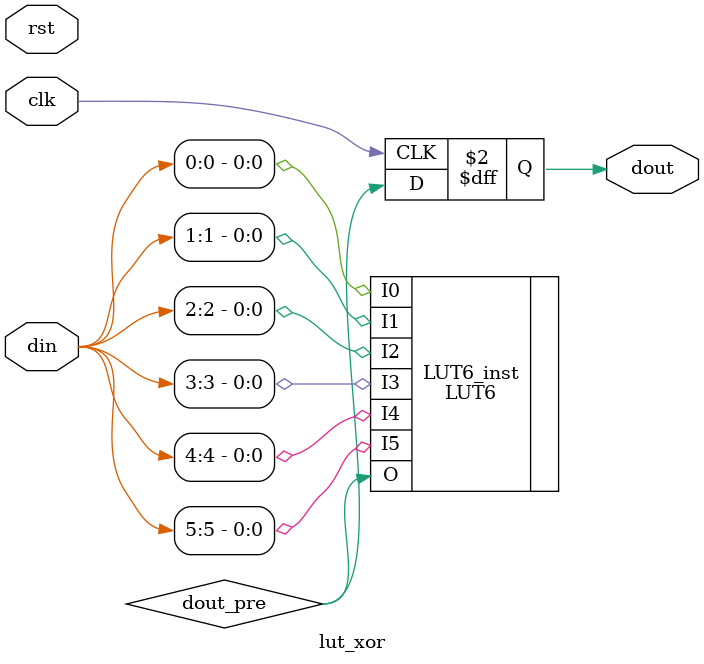
<source format=v>

`timescale 1ns/1ps 

// *******************
// INFORMATION
// *******************


//*******************
//DEFINE(s)
//*******************
//`define UDLY 1    //Unit delay, for non-blocking assignments in sequential logic



//*******************
//DEFINE MODULE PORT
//*******************
module  lut_xor   (     
            input 		clk   ,
            input 		rst   ,
            input [5:0] din   ,
            output reg  dout        
              ) ;

//*******************
//DEFINE LOCAL PARAMETER
//*******************
//parameter(s)
                                    
 

//*********************
//INNER SIGNAL DECLARATION
//*********************
//REGS
  

//WIRES
  wire dout_pre ;

//*********************
//INSTANTCE MODULE
//*********************

   LUT6 #(
      .INIT(64'h6996966996696996)  // Specify LUT Contents
   ) LUT6_inst (
      .O(dout_pre),   // LUT general output
      .I0(din[0]), // LUT input
      .I1(din[1]), // LUT input
      .I2(din[2]), // LUT input
      .I3(din[3]), // LUT input
      .I4(din[4]), // LUT input
      .I5(din[5])  // LUT input
   );


//*********************
//MAIN CORE
//********************* 

always @(posedge clk  ) begin
	// if (rst == 1'b1) begin
	// 	dout <= 'd0 ;
	// end
 //    else begin
       dout <= dout_pre ; 
    // end
end



//*********************
endmodule   
</source>
